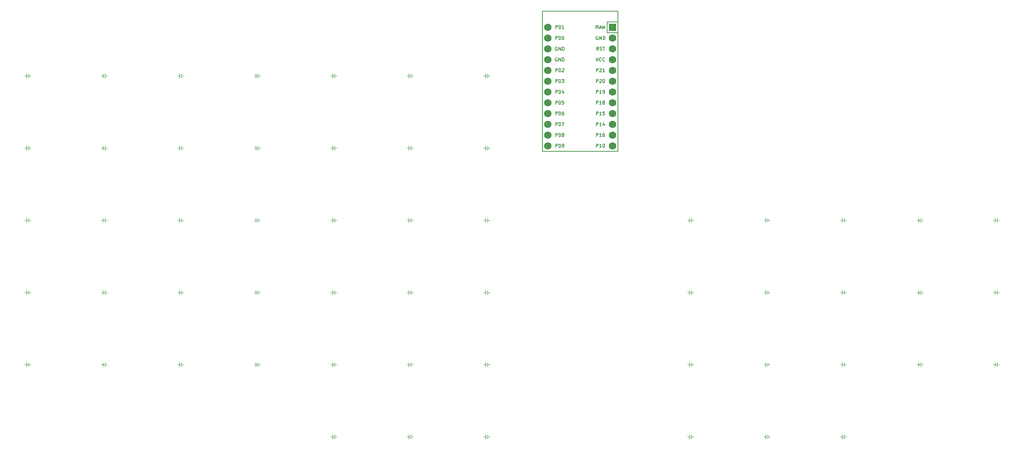
<source format=gbr>
%TF.GenerationSoftware,KiCad,Pcbnew,8.0.2*%
%TF.CreationDate,2024-06-03T01:18:46-04:00*%
%TF.ProjectId,unisplitchoc,756e6973-706c-4697-9463-686f632e6b69,v1.0.0*%
%TF.SameCoordinates,Original*%
%TF.FileFunction,Legend,Top*%
%TF.FilePolarity,Positive*%
%FSLAX46Y46*%
G04 Gerber Fmt 4.6, Leading zero omitted, Abs format (unit mm)*
G04 Created by KiCad (PCBNEW 8.0.2) date 2024-06-03 01:18:46*
%MOMM*%
%LPD*%
G01*
G04 APERTURE LIST*
%ADD10C,0.150000*%
%ADD11C,0.100000*%
%ADD12R,1.752600X1.752600*%
%ADD13C,1.752600*%
G04 APERTURE END LIST*
D10*
X224228571Y-136832295D02*
X224228571Y-136032295D01*
X224228571Y-136032295D02*
X224533333Y-136032295D01*
X224533333Y-136032295D02*
X224609523Y-136070390D01*
X224609523Y-136070390D02*
X224647618Y-136108485D01*
X224647618Y-136108485D02*
X224685714Y-136184676D01*
X224685714Y-136184676D02*
X224685714Y-136298961D01*
X224685714Y-136298961D02*
X224647618Y-136375152D01*
X224647618Y-136375152D02*
X224609523Y-136413247D01*
X224609523Y-136413247D02*
X224533333Y-136451342D01*
X224533333Y-136451342D02*
X224228571Y-136451342D01*
X225180952Y-136032295D02*
X225257142Y-136032295D01*
X225257142Y-136032295D02*
X225333333Y-136070390D01*
X225333333Y-136070390D02*
X225371428Y-136108485D01*
X225371428Y-136108485D02*
X225409523Y-136184676D01*
X225409523Y-136184676D02*
X225447618Y-136337057D01*
X225447618Y-136337057D02*
X225447618Y-136527533D01*
X225447618Y-136527533D02*
X225409523Y-136679914D01*
X225409523Y-136679914D02*
X225371428Y-136756104D01*
X225371428Y-136756104D02*
X225333333Y-136794200D01*
X225333333Y-136794200D02*
X225257142Y-136832295D01*
X225257142Y-136832295D02*
X225180952Y-136832295D01*
X225180952Y-136832295D02*
X225104761Y-136794200D01*
X225104761Y-136794200D02*
X225066666Y-136756104D01*
X225066666Y-136756104D02*
X225028571Y-136679914D01*
X225028571Y-136679914D02*
X224990475Y-136527533D01*
X224990475Y-136527533D02*
X224990475Y-136337057D01*
X224990475Y-136337057D02*
X225028571Y-136184676D01*
X225028571Y-136184676D02*
X225066666Y-136108485D01*
X225066666Y-136108485D02*
X225104761Y-136070390D01*
X225104761Y-136070390D02*
X225180952Y-136032295D01*
X225828571Y-136832295D02*
X225980952Y-136832295D01*
X225980952Y-136832295D02*
X226057142Y-136794200D01*
X226057142Y-136794200D02*
X226095238Y-136756104D01*
X226095238Y-136756104D02*
X226171428Y-136641819D01*
X226171428Y-136641819D02*
X226209523Y-136489438D01*
X226209523Y-136489438D02*
X226209523Y-136184676D01*
X226209523Y-136184676D02*
X226171428Y-136108485D01*
X226171428Y-136108485D02*
X226133333Y-136070390D01*
X226133333Y-136070390D02*
X226057142Y-136032295D01*
X226057142Y-136032295D02*
X225904761Y-136032295D01*
X225904761Y-136032295D02*
X225828571Y-136070390D01*
X225828571Y-136070390D02*
X225790476Y-136108485D01*
X225790476Y-136108485D02*
X225752380Y-136184676D01*
X225752380Y-136184676D02*
X225752380Y-136375152D01*
X225752380Y-136375152D02*
X225790476Y-136451342D01*
X225790476Y-136451342D02*
X225828571Y-136489438D01*
X225828571Y-136489438D02*
X225904761Y-136527533D01*
X225904761Y-136527533D02*
X226057142Y-136527533D01*
X226057142Y-136527533D02*
X226133333Y-136489438D01*
X226133333Y-136489438D02*
X226171428Y-136451342D01*
X226171428Y-136451342D02*
X226209523Y-136375152D01*
X234361905Y-113972295D02*
X234095238Y-113591342D01*
X233904762Y-113972295D02*
X233904762Y-113172295D01*
X233904762Y-113172295D02*
X234209524Y-113172295D01*
X234209524Y-113172295D02*
X234285714Y-113210390D01*
X234285714Y-113210390D02*
X234323809Y-113248485D01*
X234323809Y-113248485D02*
X234361905Y-113324676D01*
X234361905Y-113324676D02*
X234361905Y-113438961D01*
X234361905Y-113438961D02*
X234323809Y-113515152D01*
X234323809Y-113515152D02*
X234285714Y-113553247D01*
X234285714Y-113553247D02*
X234209524Y-113591342D01*
X234209524Y-113591342D02*
X233904762Y-113591342D01*
X234666666Y-113934200D02*
X234780952Y-113972295D01*
X234780952Y-113972295D02*
X234971428Y-113972295D01*
X234971428Y-113972295D02*
X235047619Y-113934200D01*
X235047619Y-113934200D02*
X235085714Y-113896104D01*
X235085714Y-113896104D02*
X235123809Y-113819914D01*
X235123809Y-113819914D02*
X235123809Y-113743723D01*
X235123809Y-113743723D02*
X235085714Y-113667533D01*
X235085714Y-113667533D02*
X235047619Y-113629438D01*
X235047619Y-113629438D02*
X234971428Y-113591342D01*
X234971428Y-113591342D02*
X234819047Y-113553247D01*
X234819047Y-113553247D02*
X234742857Y-113515152D01*
X234742857Y-113515152D02*
X234704762Y-113477057D01*
X234704762Y-113477057D02*
X234666666Y-113400866D01*
X234666666Y-113400866D02*
X234666666Y-113324676D01*
X234666666Y-113324676D02*
X234704762Y-113248485D01*
X234704762Y-113248485D02*
X234742857Y-113210390D01*
X234742857Y-113210390D02*
X234819047Y-113172295D01*
X234819047Y-113172295D02*
X235009524Y-113172295D01*
X235009524Y-113172295D02*
X235123809Y-113210390D01*
X235352381Y-113172295D02*
X235809524Y-113172295D01*
X235580952Y-113972295D02*
X235580952Y-113172295D01*
X224228571Y-129212295D02*
X224228571Y-128412295D01*
X224228571Y-128412295D02*
X224533333Y-128412295D01*
X224533333Y-128412295D02*
X224609523Y-128450390D01*
X224609523Y-128450390D02*
X224647618Y-128488485D01*
X224647618Y-128488485D02*
X224685714Y-128564676D01*
X224685714Y-128564676D02*
X224685714Y-128678961D01*
X224685714Y-128678961D02*
X224647618Y-128755152D01*
X224647618Y-128755152D02*
X224609523Y-128793247D01*
X224609523Y-128793247D02*
X224533333Y-128831342D01*
X224533333Y-128831342D02*
X224228571Y-128831342D01*
X225180952Y-128412295D02*
X225257142Y-128412295D01*
X225257142Y-128412295D02*
X225333333Y-128450390D01*
X225333333Y-128450390D02*
X225371428Y-128488485D01*
X225371428Y-128488485D02*
X225409523Y-128564676D01*
X225409523Y-128564676D02*
X225447618Y-128717057D01*
X225447618Y-128717057D02*
X225447618Y-128907533D01*
X225447618Y-128907533D02*
X225409523Y-129059914D01*
X225409523Y-129059914D02*
X225371428Y-129136104D01*
X225371428Y-129136104D02*
X225333333Y-129174200D01*
X225333333Y-129174200D02*
X225257142Y-129212295D01*
X225257142Y-129212295D02*
X225180952Y-129212295D01*
X225180952Y-129212295D02*
X225104761Y-129174200D01*
X225104761Y-129174200D02*
X225066666Y-129136104D01*
X225066666Y-129136104D02*
X225028571Y-129059914D01*
X225028571Y-129059914D02*
X224990475Y-128907533D01*
X224990475Y-128907533D02*
X224990475Y-128717057D01*
X224990475Y-128717057D02*
X225028571Y-128564676D01*
X225028571Y-128564676D02*
X225066666Y-128488485D01*
X225066666Y-128488485D02*
X225104761Y-128450390D01*
X225104761Y-128450390D02*
X225180952Y-128412295D01*
X226133333Y-128412295D02*
X225980952Y-128412295D01*
X225980952Y-128412295D02*
X225904761Y-128450390D01*
X225904761Y-128450390D02*
X225866666Y-128488485D01*
X225866666Y-128488485D02*
X225790476Y-128602771D01*
X225790476Y-128602771D02*
X225752380Y-128755152D01*
X225752380Y-128755152D02*
X225752380Y-129059914D01*
X225752380Y-129059914D02*
X225790476Y-129136104D01*
X225790476Y-129136104D02*
X225828571Y-129174200D01*
X225828571Y-129174200D02*
X225904761Y-129212295D01*
X225904761Y-129212295D02*
X226057142Y-129212295D01*
X226057142Y-129212295D02*
X226133333Y-129174200D01*
X226133333Y-129174200D02*
X226171428Y-129136104D01*
X226171428Y-129136104D02*
X226209523Y-129059914D01*
X226209523Y-129059914D02*
X226209523Y-128869438D01*
X226209523Y-128869438D02*
X226171428Y-128793247D01*
X226171428Y-128793247D02*
X226133333Y-128755152D01*
X226133333Y-128755152D02*
X226057142Y-128717057D01*
X226057142Y-128717057D02*
X225904761Y-128717057D01*
X225904761Y-128717057D02*
X225828571Y-128755152D01*
X225828571Y-128755152D02*
X225790476Y-128793247D01*
X225790476Y-128793247D02*
X225752380Y-128869438D01*
X233828571Y-124132295D02*
X233828571Y-123332295D01*
X233828571Y-123332295D02*
X234133333Y-123332295D01*
X234133333Y-123332295D02*
X234209523Y-123370390D01*
X234209523Y-123370390D02*
X234247618Y-123408485D01*
X234247618Y-123408485D02*
X234285714Y-123484676D01*
X234285714Y-123484676D02*
X234285714Y-123598961D01*
X234285714Y-123598961D02*
X234247618Y-123675152D01*
X234247618Y-123675152D02*
X234209523Y-123713247D01*
X234209523Y-123713247D02*
X234133333Y-123751342D01*
X234133333Y-123751342D02*
X233828571Y-123751342D01*
X235047618Y-124132295D02*
X234590475Y-124132295D01*
X234819047Y-124132295D02*
X234819047Y-123332295D01*
X234819047Y-123332295D02*
X234742856Y-123446580D01*
X234742856Y-123446580D02*
X234666666Y-123522771D01*
X234666666Y-123522771D02*
X234590475Y-123560866D01*
X235428571Y-124132295D02*
X235580952Y-124132295D01*
X235580952Y-124132295D02*
X235657142Y-124094200D01*
X235657142Y-124094200D02*
X235695238Y-124056104D01*
X235695238Y-124056104D02*
X235771428Y-123941819D01*
X235771428Y-123941819D02*
X235809523Y-123789438D01*
X235809523Y-123789438D02*
X235809523Y-123484676D01*
X235809523Y-123484676D02*
X235771428Y-123408485D01*
X235771428Y-123408485D02*
X235733333Y-123370390D01*
X235733333Y-123370390D02*
X235657142Y-123332295D01*
X235657142Y-123332295D02*
X235504761Y-123332295D01*
X235504761Y-123332295D02*
X235428571Y-123370390D01*
X235428571Y-123370390D02*
X235390476Y-123408485D01*
X235390476Y-123408485D02*
X235352380Y-123484676D01*
X235352380Y-123484676D02*
X235352380Y-123675152D01*
X235352380Y-123675152D02*
X235390476Y-123751342D01*
X235390476Y-123751342D02*
X235428571Y-123789438D01*
X235428571Y-123789438D02*
X235504761Y-123827533D01*
X235504761Y-123827533D02*
X235657142Y-123827533D01*
X235657142Y-123827533D02*
X235733333Y-123789438D01*
X235733333Y-123789438D02*
X235771428Y-123751342D01*
X235771428Y-123751342D02*
X235809523Y-123675152D01*
X233828571Y-126672295D02*
X233828571Y-125872295D01*
X233828571Y-125872295D02*
X234133333Y-125872295D01*
X234133333Y-125872295D02*
X234209523Y-125910390D01*
X234209523Y-125910390D02*
X234247618Y-125948485D01*
X234247618Y-125948485D02*
X234285714Y-126024676D01*
X234285714Y-126024676D02*
X234285714Y-126138961D01*
X234285714Y-126138961D02*
X234247618Y-126215152D01*
X234247618Y-126215152D02*
X234209523Y-126253247D01*
X234209523Y-126253247D02*
X234133333Y-126291342D01*
X234133333Y-126291342D02*
X233828571Y-126291342D01*
X235047618Y-126672295D02*
X234590475Y-126672295D01*
X234819047Y-126672295D02*
X234819047Y-125872295D01*
X234819047Y-125872295D02*
X234742856Y-125986580D01*
X234742856Y-125986580D02*
X234666666Y-126062771D01*
X234666666Y-126062771D02*
X234590475Y-126100866D01*
X235504761Y-126215152D02*
X235428571Y-126177057D01*
X235428571Y-126177057D02*
X235390476Y-126138961D01*
X235390476Y-126138961D02*
X235352380Y-126062771D01*
X235352380Y-126062771D02*
X235352380Y-126024676D01*
X235352380Y-126024676D02*
X235390476Y-125948485D01*
X235390476Y-125948485D02*
X235428571Y-125910390D01*
X235428571Y-125910390D02*
X235504761Y-125872295D01*
X235504761Y-125872295D02*
X235657142Y-125872295D01*
X235657142Y-125872295D02*
X235733333Y-125910390D01*
X235733333Y-125910390D02*
X235771428Y-125948485D01*
X235771428Y-125948485D02*
X235809523Y-126024676D01*
X235809523Y-126024676D02*
X235809523Y-126062771D01*
X235809523Y-126062771D02*
X235771428Y-126138961D01*
X235771428Y-126138961D02*
X235733333Y-126177057D01*
X235733333Y-126177057D02*
X235657142Y-126215152D01*
X235657142Y-126215152D02*
X235504761Y-126215152D01*
X235504761Y-126215152D02*
X235428571Y-126253247D01*
X235428571Y-126253247D02*
X235390476Y-126291342D01*
X235390476Y-126291342D02*
X235352380Y-126367533D01*
X235352380Y-126367533D02*
X235352380Y-126519914D01*
X235352380Y-126519914D02*
X235390476Y-126596104D01*
X235390476Y-126596104D02*
X235428571Y-126634200D01*
X235428571Y-126634200D02*
X235504761Y-126672295D01*
X235504761Y-126672295D02*
X235657142Y-126672295D01*
X235657142Y-126672295D02*
X235733333Y-126634200D01*
X235733333Y-126634200D02*
X235771428Y-126596104D01*
X235771428Y-126596104D02*
X235809523Y-126519914D01*
X235809523Y-126519914D02*
X235809523Y-126367533D01*
X235809523Y-126367533D02*
X235771428Y-126291342D01*
X235771428Y-126291342D02*
X235733333Y-126253247D01*
X235733333Y-126253247D02*
X235657142Y-126215152D01*
X224590476Y-115750390D02*
X224514286Y-115712295D01*
X224514286Y-115712295D02*
X224400000Y-115712295D01*
X224400000Y-115712295D02*
X224285714Y-115750390D01*
X224285714Y-115750390D02*
X224209524Y-115826580D01*
X224209524Y-115826580D02*
X224171429Y-115902771D01*
X224171429Y-115902771D02*
X224133333Y-116055152D01*
X224133333Y-116055152D02*
X224133333Y-116169438D01*
X224133333Y-116169438D02*
X224171429Y-116321819D01*
X224171429Y-116321819D02*
X224209524Y-116398009D01*
X224209524Y-116398009D02*
X224285714Y-116474200D01*
X224285714Y-116474200D02*
X224400000Y-116512295D01*
X224400000Y-116512295D02*
X224476191Y-116512295D01*
X224476191Y-116512295D02*
X224590476Y-116474200D01*
X224590476Y-116474200D02*
X224628572Y-116436104D01*
X224628572Y-116436104D02*
X224628572Y-116169438D01*
X224628572Y-116169438D02*
X224476191Y-116169438D01*
X224971429Y-116512295D02*
X224971429Y-115712295D01*
X224971429Y-115712295D02*
X225428572Y-116512295D01*
X225428572Y-116512295D02*
X225428572Y-115712295D01*
X225809524Y-116512295D02*
X225809524Y-115712295D01*
X225809524Y-115712295D02*
X226000000Y-115712295D01*
X226000000Y-115712295D02*
X226114286Y-115750390D01*
X226114286Y-115750390D02*
X226190476Y-115826580D01*
X226190476Y-115826580D02*
X226228571Y-115902771D01*
X226228571Y-115902771D02*
X226266667Y-116055152D01*
X226266667Y-116055152D02*
X226266667Y-116169438D01*
X226266667Y-116169438D02*
X226228571Y-116321819D01*
X226228571Y-116321819D02*
X226190476Y-116398009D01*
X226190476Y-116398009D02*
X226114286Y-116474200D01*
X226114286Y-116474200D02*
X226000000Y-116512295D01*
X226000000Y-116512295D02*
X225809524Y-116512295D01*
X233828571Y-134292295D02*
X233828571Y-133492295D01*
X233828571Y-133492295D02*
X234133333Y-133492295D01*
X234133333Y-133492295D02*
X234209523Y-133530390D01*
X234209523Y-133530390D02*
X234247618Y-133568485D01*
X234247618Y-133568485D02*
X234285714Y-133644676D01*
X234285714Y-133644676D02*
X234285714Y-133758961D01*
X234285714Y-133758961D02*
X234247618Y-133835152D01*
X234247618Y-133835152D02*
X234209523Y-133873247D01*
X234209523Y-133873247D02*
X234133333Y-133911342D01*
X234133333Y-133911342D02*
X233828571Y-133911342D01*
X235047618Y-134292295D02*
X234590475Y-134292295D01*
X234819047Y-134292295D02*
X234819047Y-133492295D01*
X234819047Y-133492295D02*
X234742856Y-133606580D01*
X234742856Y-133606580D02*
X234666666Y-133682771D01*
X234666666Y-133682771D02*
X234590475Y-133720866D01*
X235733333Y-133492295D02*
X235580952Y-133492295D01*
X235580952Y-133492295D02*
X235504761Y-133530390D01*
X235504761Y-133530390D02*
X235466666Y-133568485D01*
X235466666Y-133568485D02*
X235390476Y-133682771D01*
X235390476Y-133682771D02*
X235352380Y-133835152D01*
X235352380Y-133835152D02*
X235352380Y-134139914D01*
X235352380Y-134139914D02*
X235390476Y-134216104D01*
X235390476Y-134216104D02*
X235428571Y-134254200D01*
X235428571Y-134254200D02*
X235504761Y-134292295D01*
X235504761Y-134292295D02*
X235657142Y-134292295D01*
X235657142Y-134292295D02*
X235733333Y-134254200D01*
X235733333Y-134254200D02*
X235771428Y-134216104D01*
X235771428Y-134216104D02*
X235809523Y-134139914D01*
X235809523Y-134139914D02*
X235809523Y-133949438D01*
X235809523Y-133949438D02*
X235771428Y-133873247D01*
X235771428Y-133873247D02*
X235733333Y-133835152D01*
X235733333Y-133835152D02*
X235657142Y-133797057D01*
X235657142Y-133797057D02*
X235504761Y-133797057D01*
X235504761Y-133797057D02*
X235428571Y-133835152D01*
X235428571Y-133835152D02*
X235390476Y-133873247D01*
X235390476Y-133873247D02*
X235352380Y-133949438D01*
X224228571Y-121592295D02*
X224228571Y-120792295D01*
X224228571Y-120792295D02*
X224533333Y-120792295D01*
X224533333Y-120792295D02*
X224609523Y-120830390D01*
X224609523Y-120830390D02*
X224647618Y-120868485D01*
X224647618Y-120868485D02*
X224685714Y-120944676D01*
X224685714Y-120944676D02*
X224685714Y-121058961D01*
X224685714Y-121058961D02*
X224647618Y-121135152D01*
X224647618Y-121135152D02*
X224609523Y-121173247D01*
X224609523Y-121173247D02*
X224533333Y-121211342D01*
X224533333Y-121211342D02*
X224228571Y-121211342D01*
X225180952Y-120792295D02*
X225257142Y-120792295D01*
X225257142Y-120792295D02*
X225333333Y-120830390D01*
X225333333Y-120830390D02*
X225371428Y-120868485D01*
X225371428Y-120868485D02*
X225409523Y-120944676D01*
X225409523Y-120944676D02*
X225447618Y-121097057D01*
X225447618Y-121097057D02*
X225447618Y-121287533D01*
X225447618Y-121287533D02*
X225409523Y-121439914D01*
X225409523Y-121439914D02*
X225371428Y-121516104D01*
X225371428Y-121516104D02*
X225333333Y-121554200D01*
X225333333Y-121554200D02*
X225257142Y-121592295D01*
X225257142Y-121592295D02*
X225180952Y-121592295D01*
X225180952Y-121592295D02*
X225104761Y-121554200D01*
X225104761Y-121554200D02*
X225066666Y-121516104D01*
X225066666Y-121516104D02*
X225028571Y-121439914D01*
X225028571Y-121439914D02*
X224990475Y-121287533D01*
X224990475Y-121287533D02*
X224990475Y-121097057D01*
X224990475Y-121097057D02*
X225028571Y-120944676D01*
X225028571Y-120944676D02*
X225066666Y-120868485D01*
X225066666Y-120868485D02*
X225104761Y-120830390D01*
X225104761Y-120830390D02*
X225180952Y-120792295D01*
X225714285Y-120792295D02*
X226209523Y-120792295D01*
X226209523Y-120792295D02*
X225942857Y-121097057D01*
X225942857Y-121097057D02*
X226057142Y-121097057D01*
X226057142Y-121097057D02*
X226133333Y-121135152D01*
X226133333Y-121135152D02*
X226171428Y-121173247D01*
X226171428Y-121173247D02*
X226209523Y-121249438D01*
X226209523Y-121249438D02*
X226209523Y-121439914D01*
X226209523Y-121439914D02*
X226171428Y-121516104D01*
X226171428Y-121516104D02*
X226133333Y-121554200D01*
X226133333Y-121554200D02*
X226057142Y-121592295D01*
X226057142Y-121592295D02*
X225828571Y-121592295D01*
X225828571Y-121592295D02*
X225752380Y-121554200D01*
X225752380Y-121554200D02*
X225714285Y-121516104D01*
X224590476Y-113210390D02*
X224514286Y-113172295D01*
X224514286Y-113172295D02*
X224400000Y-113172295D01*
X224400000Y-113172295D02*
X224285714Y-113210390D01*
X224285714Y-113210390D02*
X224209524Y-113286580D01*
X224209524Y-113286580D02*
X224171429Y-113362771D01*
X224171429Y-113362771D02*
X224133333Y-113515152D01*
X224133333Y-113515152D02*
X224133333Y-113629438D01*
X224133333Y-113629438D02*
X224171429Y-113781819D01*
X224171429Y-113781819D02*
X224209524Y-113858009D01*
X224209524Y-113858009D02*
X224285714Y-113934200D01*
X224285714Y-113934200D02*
X224400000Y-113972295D01*
X224400000Y-113972295D02*
X224476191Y-113972295D01*
X224476191Y-113972295D02*
X224590476Y-113934200D01*
X224590476Y-113934200D02*
X224628572Y-113896104D01*
X224628572Y-113896104D02*
X224628572Y-113629438D01*
X224628572Y-113629438D02*
X224476191Y-113629438D01*
X224971429Y-113972295D02*
X224971429Y-113172295D01*
X224971429Y-113172295D02*
X225428572Y-113972295D01*
X225428572Y-113972295D02*
X225428572Y-113172295D01*
X225809524Y-113972295D02*
X225809524Y-113172295D01*
X225809524Y-113172295D02*
X226000000Y-113172295D01*
X226000000Y-113172295D02*
X226114286Y-113210390D01*
X226114286Y-113210390D02*
X226190476Y-113286580D01*
X226190476Y-113286580D02*
X226228571Y-113362771D01*
X226228571Y-113362771D02*
X226266667Y-113515152D01*
X226266667Y-113515152D02*
X226266667Y-113629438D01*
X226266667Y-113629438D02*
X226228571Y-113781819D01*
X226228571Y-113781819D02*
X226190476Y-113858009D01*
X226190476Y-113858009D02*
X226114286Y-113934200D01*
X226114286Y-113934200D02*
X226000000Y-113972295D01*
X226000000Y-113972295D02*
X225809524Y-113972295D01*
X234190476Y-110670390D02*
X234114286Y-110632295D01*
X234114286Y-110632295D02*
X234000000Y-110632295D01*
X234000000Y-110632295D02*
X233885714Y-110670390D01*
X233885714Y-110670390D02*
X233809524Y-110746580D01*
X233809524Y-110746580D02*
X233771429Y-110822771D01*
X233771429Y-110822771D02*
X233733333Y-110975152D01*
X233733333Y-110975152D02*
X233733333Y-111089438D01*
X233733333Y-111089438D02*
X233771429Y-111241819D01*
X233771429Y-111241819D02*
X233809524Y-111318009D01*
X233809524Y-111318009D02*
X233885714Y-111394200D01*
X233885714Y-111394200D02*
X234000000Y-111432295D01*
X234000000Y-111432295D02*
X234076191Y-111432295D01*
X234076191Y-111432295D02*
X234190476Y-111394200D01*
X234190476Y-111394200D02*
X234228572Y-111356104D01*
X234228572Y-111356104D02*
X234228572Y-111089438D01*
X234228572Y-111089438D02*
X234076191Y-111089438D01*
X234571429Y-111432295D02*
X234571429Y-110632295D01*
X234571429Y-110632295D02*
X235028572Y-111432295D01*
X235028572Y-111432295D02*
X235028572Y-110632295D01*
X235409524Y-111432295D02*
X235409524Y-110632295D01*
X235409524Y-110632295D02*
X235600000Y-110632295D01*
X235600000Y-110632295D02*
X235714286Y-110670390D01*
X235714286Y-110670390D02*
X235790476Y-110746580D01*
X235790476Y-110746580D02*
X235828571Y-110822771D01*
X235828571Y-110822771D02*
X235866667Y-110975152D01*
X235866667Y-110975152D02*
X235866667Y-111089438D01*
X235866667Y-111089438D02*
X235828571Y-111241819D01*
X235828571Y-111241819D02*
X235790476Y-111318009D01*
X235790476Y-111318009D02*
X235714286Y-111394200D01*
X235714286Y-111394200D02*
X235600000Y-111432295D01*
X235600000Y-111432295D02*
X235409524Y-111432295D01*
X233828571Y-119052295D02*
X233828571Y-118252295D01*
X233828571Y-118252295D02*
X234133333Y-118252295D01*
X234133333Y-118252295D02*
X234209523Y-118290390D01*
X234209523Y-118290390D02*
X234247618Y-118328485D01*
X234247618Y-118328485D02*
X234285714Y-118404676D01*
X234285714Y-118404676D02*
X234285714Y-118518961D01*
X234285714Y-118518961D02*
X234247618Y-118595152D01*
X234247618Y-118595152D02*
X234209523Y-118633247D01*
X234209523Y-118633247D02*
X234133333Y-118671342D01*
X234133333Y-118671342D02*
X233828571Y-118671342D01*
X234590475Y-118328485D02*
X234628571Y-118290390D01*
X234628571Y-118290390D02*
X234704761Y-118252295D01*
X234704761Y-118252295D02*
X234895237Y-118252295D01*
X234895237Y-118252295D02*
X234971428Y-118290390D01*
X234971428Y-118290390D02*
X235009523Y-118328485D01*
X235009523Y-118328485D02*
X235047618Y-118404676D01*
X235047618Y-118404676D02*
X235047618Y-118480866D01*
X235047618Y-118480866D02*
X235009523Y-118595152D01*
X235009523Y-118595152D02*
X234552380Y-119052295D01*
X234552380Y-119052295D02*
X235047618Y-119052295D01*
X235809523Y-119052295D02*
X235352380Y-119052295D01*
X235580952Y-119052295D02*
X235580952Y-118252295D01*
X235580952Y-118252295D02*
X235504761Y-118366580D01*
X235504761Y-118366580D02*
X235428571Y-118442771D01*
X235428571Y-118442771D02*
X235352380Y-118480866D01*
X224228571Y-108892295D02*
X224228571Y-108092295D01*
X224228571Y-108092295D02*
X224533333Y-108092295D01*
X224533333Y-108092295D02*
X224609523Y-108130390D01*
X224609523Y-108130390D02*
X224647618Y-108168485D01*
X224647618Y-108168485D02*
X224685714Y-108244676D01*
X224685714Y-108244676D02*
X224685714Y-108358961D01*
X224685714Y-108358961D02*
X224647618Y-108435152D01*
X224647618Y-108435152D02*
X224609523Y-108473247D01*
X224609523Y-108473247D02*
X224533333Y-108511342D01*
X224533333Y-108511342D02*
X224228571Y-108511342D01*
X225180952Y-108092295D02*
X225257142Y-108092295D01*
X225257142Y-108092295D02*
X225333333Y-108130390D01*
X225333333Y-108130390D02*
X225371428Y-108168485D01*
X225371428Y-108168485D02*
X225409523Y-108244676D01*
X225409523Y-108244676D02*
X225447618Y-108397057D01*
X225447618Y-108397057D02*
X225447618Y-108587533D01*
X225447618Y-108587533D02*
X225409523Y-108739914D01*
X225409523Y-108739914D02*
X225371428Y-108816104D01*
X225371428Y-108816104D02*
X225333333Y-108854200D01*
X225333333Y-108854200D02*
X225257142Y-108892295D01*
X225257142Y-108892295D02*
X225180952Y-108892295D01*
X225180952Y-108892295D02*
X225104761Y-108854200D01*
X225104761Y-108854200D02*
X225066666Y-108816104D01*
X225066666Y-108816104D02*
X225028571Y-108739914D01*
X225028571Y-108739914D02*
X224990475Y-108587533D01*
X224990475Y-108587533D02*
X224990475Y-108397057D01*
X224990475Y-108397057D02*
X225028571Y-108244676D01*
X225028571Y-108244676D02*
X225066666Y-108168485D01*
X225066666Y-108168485D02*
X225104761Y-108130390D01*
X225104761Y-108130390D02*
X225180952Y-108092295D01*
X226209523Y-108892295D02*
X225752380Y-108892295D01*
X225980952Y-108892295D02*
X225980952Y-108092295D01*
X225980952Y-108092295D02*
X225904761Y-108206580D01*
X225904761Y-108206580D02*
X225828571Y-108282771D01*
X225828571Y-108282771D02*
X225752380Y-108320866D01*
X224228571Y-111432295D02*
X224228571Y-110632295D01*
X224228571Y-110632295D02*
X224533333Y-110632295D01*
X224533333Y-110632295D02*
X224609523Y-110670390D01*
X224609523Y-110670390D02*
X224647618Y-110708485D01*
X224647618Y-110708485D02*
X224685714Y-110784676D01*
X224685714Y-110784676D02*
X224685714Y-110898961D01*
X224685714Y-110898961D02*
X224647618Y-110975152D01*
X224647618Y-110975152D02*
X224609523Y-111013247D01*
X224609523Y-111013247D02*
X224533333Y-111051342D01*
X224533333Y-111051342D02*
X224228571Y-111051342D01*
X225180952Y-110632295D02*
X225257142Y-110632295D01*
X225257142Y-110632295D02*
X225333333Y-110670390D01*
X225333333Y-110670390D02*
X225371428Y-110708485D01*
X225371428Y-110708485D02*
X225409523Y-110784676D01*
X225409523Y-110784676D02*
X225447618Y-110937057D01*
X225447618Y-110937057D02*
X225447618Y-111127533D01*
X225447618Y-111127533D02*
X225409523Y-111279914D01*
X225409523Y-111279914D02*
X225371428Y-111356104D01*
X225371428Y-111356104D02*
X225333333Y-111394200D01*
X225333333Y-111394200D02*
X225257142Y-111432295D01*
X225257142Y-111432295D02*
X225180952Y-111432295D01*
X225180952Y-111432295D02*
X225104761Y-111394200D01*
X225104761Y-111394200D02*
X225066666Y-111356104D01*
X225066666Y-111356104D02*
X225028571Y-111279914D01*
X225028571Y-111279914D02*
X224990475Y-111127533D01*
X224990475Y-111127533D02*
X224990475Y-110937057D01*
X224990475Y-110937057D02*
X225028571Y-110784676D01*
X225028571Y-110784676D02*
X225066666Y-110708485D01*
X225066666Y-110708485D02*
X225104761Y-110670390D01*
X225104761Y-110670390D02*
X225180952Y-110632295D01*
X225942857Y-110632295D02*
X226019047Y-110632295D01*
X226019047Y-110632295D02*
X226095238Y-110670390D01*
X226095238Y-110670390D02*
X226133333Y-110708485D01*
X226133333Y-110708485D02*
X226171428Y-110784676D01*
X226171428Y-110784676D02*
X226209523Y-110937057D01*
X226209523Y-110937057D02*
X226209523Y-111127533D01*
X226209523Y-111127533D02*
X226171428Y-111279914D01*
X226171428Y-111279914D02*
X226133333Y-111356104D01*
X226133333Y-111356104D02*
X226095238Y-111394200D01*
X226095238Y-111394200D02*
X226019047Y-111432295D01*
X226019047Y-111432295D02*
X225942857Y-111432295D01*
X225942857Y-111432295D02*
X225866666Y-111394200D01*
X225866666Y-111394200D02*
X225828571Y-111356104D01*
X225828571Y-111356104D02*
X225790476Y-111279914D01*
X225790476Y-111279914D02*
X225752380Y-111127533D01*
X225752380Y-111127533D02*
X225752380Y-110937057D01*
X225752380Y-110937057D02*
X225790476Y-110784676D01*
X225790476Y-110784676D02*
X225828571Y-110708485D01*
X225828571Y-110708485D02*
X225866666Y-110670390D01*
X225866666Y-110670390D02*
X225942857Y-110632295D01*
X233828571Y-121592295D02*
X233828571Y-120792295D01*
X233828571Y-120792295D02*
X234133333Y-120792295D01*
X234133333Y-120792295D02*
X234209523Y-120830390D01*
X234209523Y-120830390D02*
X234247618Y-120868485D01*
X234247618Y-120868485D02*
X234285714Y-120944676D01*
X234285714Y-120944676D02*
X234285714Y-121058961D01*
X234285714Y-121058961D02*
X234247618Y-121135152D01*
X234247618Y-121135152D02*
X234209523Y-121173247D01*
X234209523Y-121173247D02*
X234133333Y-121211342D01*
X234133333Y-121211342D02*
X233828571Y-121211342D01*
X234590475Y-120868485D02*
X234628571Y-120830390D01*
X234628571Y-120830390D02*
X234704761Y-120792295D01*
X234704761Y-120792295D02*
X234895237Y-120792295D01*
X234895237Y-120792295D02*
X234971428Y-120830390D01*
X234971428Y-120830390D02*
X235009523Y-120868485D01*
X235009523Y-120868485D02*
X235047618Y-120944676D01*
X235047618Y-120944676D02*
X235047618Y-121020866D01*
X235047618Y-121020866D02*
X235009523Y-121135152D01*
X235009523Y-121135152D02*
X234552380Y-121592295D01*
X234552380Y-121592295D02*
X235047618Y-121592295D01*
X235542857Y-120792295D02*
X235619047Y-120792295D01*
X235619047Y-120792295D02*
X235695238Y-120830390D01*
X235695238Y-120830390D02*
X235733333Y-120868485D01*
X235733333Y-120868485D02*
X235771428Y-120944676D01*
X235771428Y-120944676D02*
X235809523Y-121097057D01*
X235809523Y-121097057D02*
X235809523Y-121287533D01*
X235809523Y-121287533D02*
X235771428Y-121439914D01*
X235771428Y-121439914D02*
X235733333Y-121516104D01*
X235733333Y-121516104D02*
X235695238Y-121554200D01*
X235695238Y-121554200D02*
X235619047Y-121592295D01*
X235619047Y-121592295D02*
X235542857Y-121592295D01*
X235542857Y-121592295D02*
X235466666Y-121554200D01*
X235466666Y-121554200D02*
X235428571Y-121516104D01*
X235428571Y-121516104D02*
X235390476Y-121439914D01*
X235390476Y-121439914D02*
X235352380Y-121287533D01*
X235352380Y-121287533D02*
X235352380Y-121097057D01*
X235352380Y-121097057D02*
X235390476Y-120944676D01*
X235390476Y-120944676D02*
X235428571Y-120868485D01*
X235428571Y-120868485D02*
X235466666Y-120830390D01*
X235466666Y-120830390D02*
X235542857Y-120792295D01*
X224228571Y-124132295D02*
X224228571Y-123332295D01*
X224228571Y-123332295D02*
X224533333Y-123332295D01*
X224533333Y-123332295D02*
X224609523Y-123370390D01*
X224609523Y-123370390D02*
X224647618Y-123408485D01*
X224647618Y-123408485D02*
X224685714Y-123484676D01*
X224685714Y-123484676D02*
X224685714Y-123598961D01*
X224685714Y-123598961D02*
X224647618Y-123675152D01*
X224647618Y-123675152D02*
X224609523Y-123713247D01*
X224609523Y-123713247D02*
X224533333Y-123751342D01*
X224533333Y-123751342D02*
X224228571Y-123751342D01*
X225180952Y-123332295D02*
X225257142Y-123332295D01*
X225257142Y-123332295D02*
X225333333Y-123370390D01*
X225333333Y-123370390D02*
X225371428Y-123408485D01*
X225371428Y-123408485D02*
X225409523Y-123484676D01*
X225409523Y-123484676D02*
X225447618Y-123637057D01*
X225447618Y-123637057D02*
X225447618Y-123827533D01*
X225447618Y-123827533D02*
X225409523Y-123979914D01*
X225409523Y-123979914D02*
X225371428Y-124056104D01*
X225371428Y-124056104D02*
X225333333Y-124094200D01*
X225333333Y-124094200D02*
X225257142Y-124132295D01*
X225257142Y-124132295D02*
X225180952Y-124132295D01*
X225180952Y-124132295D02*
X225104761Y-124094200D01*
X225104761Y-124094200D02*
X225066666Y-124056104D01*
X225066666Y-124056104D02*
X225028571Y-123979914D01*
X225028571Y-123979914D02*
X224990475Y-123827533D01*
X224990475Y-123827533D02*
X224990475Y-123637057D01*
X224990475Y-123637057D02*
X225028571Y-123484676D01*
X225028571Y-123484676D02*
X225066666Y-123408485D01*
X225066666Y-123408485D02*
X225104761Y-123370390D01*
X225104761Y-123370390D02*
X225180952Y-123332295D01*
X226133333Y-123598961D02*
X226133333Y-124132295D01*
X225942857Y-123294200D02*
X225752380Y-123865628D01*
X225752380Y-123865628D02*
X226247619Y-123865628D01*
X233828571Y-136832295D02*
X233828571Y-136032295D01*
X233828571Y-136032295D02*
X234133333Y-136032295D01*
X234133333Y-136032295D02*
X234209523Y-136070390D01*
X234209523Y-136070390D02*
X234247618Y-136108485D01*
X234247618Y-136108485D02*
X234285714Y-136184676D01*
X234285714Y-136184676D02*
X234285714Y-136298961D01*
X234285714Y-136298961D02*
X234247618Y-136375152D01*
X234247618Y-136375152D02*
X234209523Y-136413247D01*
X234209523Y-136413247D02*
X234133333Y-136451342D01*
X234133333Y-136451342D02*
X233828571Y-136451342D01*
X235047618Y-136832295D02*
X234590475Y-136832295D01*
X234819047Y-136832295D02*
X234819047Y-136032295D01*
X234819047Y-136032295D02*
X234742856Y-136146580D01*
X234742856Y-136146580D02*
X234666666Y-136222771D01*
X234666666Y-136222771D02*
X234590475Y-136260866D01*
X235542857Y-136032295D02*
X235619047Y-136032295D01*
X235619047Y-136032295D02*
X235695238Y-136070390D01*
X235695238Y-136070390D02*
X235733333Y-136108485D01*
X235733333Y-136108485D02*
X235771428Y-136184676D01*
X235771428Y-136184676D02*
X235809523Y-136337057D01*
X235809523Y-136337057D02*
X235809523Y-136527533D01*
X235809523Y-136527533D02*
X235771428Y-136679914D01*
X235771428Y-136679914D02*
X235733333Y-136756104D01*
X235733333Y-136756104D02*
X235695238Y-136794200D01*
X235695238Y-136794200D02*
X235619047Y-136832295D01*
X235619047Y-136832295D02*
X235542857Y-136832295D01*
X235542857Y-136832295D02*
X235466666Y-136794200D01*
X235466666Y-136794200D02*
X235428571Y-136756104D01*
X235428571Y-136756104D02*
X235390476Y-136679914D01*
X235390476Y-136679914D02*
X235352380Y-136527533D01*
X235352380Y-136527533D02*
X235352380Y-136337057D01*
X235352380Y-136337057D02*
X235390476Y-136184676D01*
X235390476Y-136184676D02*
X235428571Y-136108485D01*
X235428571Y-136108485D02*
X235466666Y-136070390D01*
X235466666Y-136070390D02*
X235542857Y-136032295D01*
X233828571Y-131752295D02*
X233828571Y-130952295D01*
X233828571Y-130952295D02*
X234133333Y-130952295D01*
X234133333Y-130952295D02*
X234209523Y-130990390D01*
X234209523Y-130990390D02*
X234247618Y-131028485D01*
X234247618Y-131028485D02*
X234285714Y-131104676D01*
X234285714Y-131104676D02*
X234285714Y-131218961D01*
X234285714Y-131218961D02*
X234247618Y-131295152D01*
X234247618Y-131295152D02*
X234209523Y-131333247D01*
X234209523Y-131333247D02*
X234133333Y-131371342D01*
X234133333Y-131371342D02*
X233828571Y-131371342D01*
X235047618Y-131752295D02*
X234590475Y-131752295D01*
X234819047Y-131752295D02*
X234819047Y-130952295D01*
X234819047Y-130952295D02*
X234742856Y-131066580D01*
X234742856Y-131066580D02*
X234666666Y-131142771D01*
X234666666Y-131142771D02*
X234590475Y-131180866D01*
X235733333Y-131218961D02*
X235733333Y-131752295D01*
X235542857Y-130914200D02*
X235352380Y-131485628D01*
X235352380Y-131485628D02*
X235847619Y-131485628D01*
X224228571Y-126672295D02*
X224228571Y-125872295D01*
X224228571Y-125872295D02*
X224533333Y-125872295D01*
X224533333Y-125872295D02*
X224609523Y-125910390D01*
X224609523Y-125910390D02*
X224647618Y-125948485D01*
X224647618Y-125948485D02*
X224685714Y-126024676D01*
X224685714Y-126024676D02*
X224685714Y-126138961D01*
X224685714Y-126138961D02*
X224647618Y-126215152D01*
X224647618Y-126215152D02*
X224609523Y-126253247D01*
X224609523Y-126253247D02*
X224533333Y-126291342D01*
X224533333Y-126291342D02*
X224228571Y-126291342D01*
X225180952Y-125872295D02*
X225257142Y-125872295D01*
X225257142Y-125872295D02*
X225333333Y-125910390D01*
X225333333Y-125910390D02*
X225371428Y-125948485D01*
X225371428Y-125948485D02*
X225409523Y-126024676D01*
X225409523Y-126024676D02*
X225447618Y-126177057D01*
X225447618Y-126177057D02*
X225447618Y-126367533D01*
X225447618Y-126367533D02*
X225409523Y-126519914D01*
X225409523Y-126519914D02*
X225371428Y-126596104D01*
X225371428Y-126596104D02*
X225333333Y-126634200D01*
X225333333Y-126634200D02*
X225257142Y-126672295D01*
X225257142Y-126672295D02*
X225180952Y-126672295D01*
X225180952Y-126672295D02*
X225104761Y-126634200D01*
X225104761Y-126634200D02*
X225066666Y-126596104D01*
X225066666Y-126596104D02*
X225028571Y-126519914D01*
X225028571Y-126519914D02*
X224990475Y-126367533D01*
X224990475Y-126367533D02*
X224990475Y-126177057D01*
X224990475Y-126177057D02*
X225028571Y-126024676D01*
X225028571Y-126024676D02*
X225066666Y-125948485D01*
X225066666Y-125948485D02*
X225104761Y-125910390D01*
X225104761Y-125910390D02*
X225180952Y-125872295D01*
X226171428Y-125872295D02*
X225790476Y-125872295D01*
X225790476Y-125872295D02*
X225752380Y-126253247D01*
X225752380Y-126253247D02*
X225790476Y-126215152D01*
X225790476Y-126215152D02*
X225866666Y-126177057D01*
X225866666Y-126177057D02*
X226057142Y-126177057D01*
X226057142Y-126177057D02*
X226133333Y-126215152D01*
X226133333Y-126215152D02*
X226171428Y-126253247D01*
X226171428Y-126253247D02*
X226209523Y-126329438D01*
X226209523Y-126329438D02*
X226209523Y-126519914D01*
X226209523Y-126519914D02*
X226171428Y-126596104D01*
X226171428Y-126596104D02*
X226133333Y-126634200D01*
X226133333Y-126634200D02*
X226057142Y-126672295D01*
X226057142Y-126672295D02*
X225866666Y-126672295D01*
X225866666Y-126672295D02*
X225790476Y-126634200D01*
X225790476Y-126634200D02*
X225752380Y-126596104D01*
X234247619Y-108892295D02*
X233980952Y-108511342D01*
X233790476Y-108892295D02*
X233790476Y-108092295D01*
X233790476Y-108092295D02*
X234095238Y-108092295D01*
X234095238Y-108092295D02*
X234171428Y-108130390D01*
X234171428Y-108130390D02*
X234209523Y-108168485D01*
X234209523Y-108168485D02*
X234247619Y-108244676D01*
X234247619Y-108244676D02*
X234247619Y-108358961D01*
X234247619Y-108358961D02*
X234209523Y-108435152D01*
X234209523Y-108435152D02*
X234171428Y-108473247D01*
X234171428Y-108473247D02*
X234095238Y-108511342D01*
X234095238Y-108511342D02*
X233790476Y-108511342D01*
X234552380Y-108663723D02*
X234933333Y-108663723D01*
X234476190Y-108892295D02*
X234742857Y-108092295D01*
X234742857Y-108092295D02*
X235009523Y-108892295D01*
X235199999Y-108092295D02*
X235390475Y-108892295D01*
X235390475Y-108892295D02*
X235542856Y-108320866D01*
X235542856Y-108320866D02*
X235695237Y-108892295D01*
X235695237Y-108892295D02*
X235885714Y-108092295D01*
X224228571Y-134292295D02*
X224228571Y-133492295D01*
X224228571Y-133492295D02*
X224533333Y-133492295D01*
X224533333Y-133492295D02*
X224609523Y-133530390D01*
X224609523Y-133530390D02*
X224647618Y-133568485D01*
X224647618Y-133568485D02*
X224685714Y-133644676D01*
X224685714Y-133644676D02*
X224685714Y-133758961D01*
X224685714Y-133758961D02*
X224647618Y-133835152D01*
X224647618Y-133835152D02*
X224609523Y-133873247D01*
X224609523Y-133873247D02*
X224533333Y-133911342D01*
X224533333Y-133911342D02*
X224228571Y-133911342D01*
X225180952Y-133492295D02*
X225257142Y-133492295D01*
X225257142Y-133492295D02*
X225333333Y-133530390D01*
X225333333Y-133530390D02*
X225371428Y-133568485D01*
X225371428Y-133568485D02*
X225409523Y-133644676D01*
X225409523Y-133644676D02*
X225447618Y-133797057D01*
X225447618Y-133797057D02*
X225447618Y-133987533D01*
X225447618Y-133987533D02*
X225409523Y-134139914D01*
X225409523Y-134139914D02*
X225371428Y-134216104D01*
X225371428Y-134216104D02*
X225333333Y-134254200D01*
X225333333Y-134254200D02*
X225257142Y-134292295D01*
X225257142Y-134292295D02*
X225180952Y-134292295D01*
X225180952Y-134292295D02*
X225104761Y-134254200D01*
X225104761Y-134254200D02*
X225066666Y-134216104D01*
X225066666Y-134216104D02*
X225028571Y-134139914D01*
X225028571Y-134139914D02*
X224990475Y-133987533D01*
X224990475Y-133987533D02*
X224990475Y-133797057D01*
X224990475Y-133797057D02*
X225028571Y-133644676D01*
X225028571Y-133644676D02*
X225066666Y-133568485D01*
X225066666Y-133568485D02*
X225104761Y-133530390D01*
X225104761Y-133530390D02*
X225180952Y-133492295D01*
X225904761Y-133835152D02*
X225828571Y-133797057D01*
X225828571Y-133797057D02*
X225790476Y-133758961D01*
X225790476Y-133758961D02*
X225752380Y-133682771D01*
X225752380Y-133682771D02*
X225752380Y-133644676D01*
X225752380Y-133644676D02*
X225790476Y-133568485D01*
X225790476Y-133568485D02*
X225828571Y-133530390D01*
X225828571Y-133530390D02*
X225904761Y-133492295D01*
X225904761Y-133492295D02*
X226057142Y-133492295D01*
X226057142Y-133492295D02*
X226133333Y-133530390D01*
X226133333Y-133530390D02*
X226171428Y-133568485D01*
X226171428Y-133568485D02*
X226209523Y-133644676D01*
X226209523Y-133644676D02*
X226209523Y-133682771D01*
X226209523Y-133682771D02*
X226171428Y-133758961D01*
X226171428Y-133758961D02*
X226133333Y-133797057D01*
X226133333Y-133797057D02*
X226057142Y-133835152D01*
X226057142Y-133835152D02*
X225904761Y-133835152D01*
X225904761Y-133835152D02*
X225828571Y-133873247D01*
X225828571Y-133873247D02*
X225790476Y-133911342D01*
X225790476Y-133911342D02*
X225752380Y-133987533D01*
X225752380Y-133987533D02*
X225752380Y-134139914D01*
X225752380Y-134139914D02*
X225790476Y-134216104D01*
X225790476Y-134216104D02*
X225828571Y-134254200D01*
X225828571Y-134254200D02*
X225904761Y-134292295D01*
X225904761Y-134292295D02*
X226057142Y-134292295D01*
X226057142Y-134292295D02*
X226133333Y-134254200D01*
X226133333Y-134254200D02*
X226171428Y-134216104D01*
X226171428Y-134216104D02*
X226209523Y-134139914D01*
X226209523Y-134139914D02*
X226209523Y-133987533D01*
X226209523Y-133987533D02*
X226171428Y-133911342D01*
X226171428Y-133911342D02*
X226133333Y-133873247D01*
X226133333Y-133873247D02*
X226057142Y-133835152D01*
X233733333Y-115712295D02*
X234000000Y-116512295D01*
X234000000Y-116512295D02*
X234266666Y-115712295D01*
X234990476Y-116436104D02*
X234952380Y-116474200D01*
X234952380Y-116474200D02*
X234838095Y-116512295D01*
X234838095Y-116512295D02*
X234761904Y-116512295D01*
X234761904Y-116512295D02*
X234647618Y-116474200D01*
X234647618Y-116474200D02*
X234571428Y-116398009D01*
X234571428Y-116398009D02*
X234533333Y-116321819D01*
X234533333Y-116321819D02*
X234495237Y-116169438D01*
X234495237Y-116169438D02*
X234495237Y-116055152D01*
X234495237Y-116055152D02*
X234533333Y-115902771D01*
X234533333Y-115902771D02*
X234571428Y-115826580D01*
X234571428Y-115826580D02*
X234647618Y-115750390D01*
X234647618Y-115750390D02*
X234761904Y-115712295D01*
X234761904Y-115712295D02*
X234838095Y-115712295D01*
X234838095Y-115712295D02*
X234952380Y-115750390D01*
X234952380Y-115750390D02*
X234990476Y-115788485D01*
X235790476Y-116436104D02*
X235752380Y-116474200D01*
X235752380Y-116474200D02*
X235638095Y-116512295D01*
X235638095Y-116512295D02*
X235561904Y-116512295D01*
X235561904Y-116512295D02*
X235447618Y-116474200D01*
X235447618Y-116474200D02*
X235371428Y-116398009D01*
X235371428Y-116398009D02*
X235333333Y-116321819D01*
X235333333Y-116321819D02*
X235295237Y-116169438D01*
X235295237Y-116169438D02*
X235295237Y-116055152D01*
X235295237Y-116055152D02*
X235333333Y-115902771D01*
X235333333Y-115902771D02*
X235371428Y-115826580D01*
X235371428Y-115826580D02*
X235447618Y-115750390D01*
X235447618Y-115750390D02*
X235561904Y-115712295D01*
X235561904Y-115712295D02*
X235638095Y-115712295D01*
X235638095Y-115712295D02*
X235752380Y-115750390D01*
X235752380Y-115750390D02*
X235790476Y-115788485D01*
X233828571Y-129212295D02*
X233828571Y-128412295D01*
X233828571Y-128412295D02*
X234133333Y-128412295D01*
X234133333Y-128412295D02*
X234209523Y-128450390D01*
X234209523Y-128450390D02*
X234247618Y-128488485D01*
X234247618Y-128488485D02*
X234285714Y-128564676D01*
X234285714Y-128564676D02*
X234285714Y-128678961D01*
X234285714Y-128678961D02*
X234247618Y-128755152D01*
X234247618Y-128755152D02*
X234209523Y-128793247D01*
X234209523Y-128793247D02*
X234133333Y-128831342D01*
X234133333Y-128831342D02*
X233828571Y-128831342D01*
X235047618Y-129212295D02*
X234590475Y-129212295D01*
X234819047Y-129212295D02*
X234819047Y-128412295D01*
X234819047Y-128412295D02*
X234742856Y-128526580D01*
X234742856Y-128526580D02*
X234666666Y-128602771D01*
X234666666Y-128602771D02*
X234590475Y-128640866D01*
X235771428Y-128412295D02*
X235390476Y-128412295D01*
X235390476Y-128412295D02*
X235352380Y-128793247D01*
X235352380Y-128793247D02*
X235390476Y-128755152D01*
X235390476Y-128755152D02*
X235466666Y-128717057D01*
X235466666Y-128717057D02*
X235657142Y-128717057D01*
X235657142Y-128717057D02*
X235733333Y-128755152D01*
X235733333Y-128755152D02*
X235771428Y-128793247D01*
X235771428Y-128793247D02*
X235809523Y-128869438D01*
X235809523Y-128869438D02*
X235809523Y-129059914D01*
X235809523Y-129059914D02*
X235771428Y-129136104D01*
X235771428Y-129136104D02*
X235733333Y-129174200D01*
X235733333Y-129174200D02*
X235657142Y-129212295D01*
X235657142Y-129212295D02*
X235466666Y-129212295D01*
X235466666Y-129212295D02*
X235390476Y-129174200D01*
X235390476Y-129174200D02*
X235352380Y-129136104D01*
X224228571Y-119052295D02*
X224228571Y-118252295D01*
X224228571Y-118252295D02*
X224533333Y-118252295D01*
X224533333Y-118252295D02*
X224609523Y-118290390D01*
X224609523Y-118290390D02*
X224647618Y-118328485D01*
X224647618Y-118328485D02*
X224685714Y-118404676D01*
X224685714Y-118404676D02*
X224685714Y-118518961D01*
X224685714Y-118518961D02*
X224647618Y-118595152D01*
X224647618Y-118595152D02*
X224609523Y-118633247D01*
X224609523Y-118633247D02*
X224533333Y-118671342D01*
X224533333Y-118671342D02*
X224228571Y-118671342D01*
X225180952Y-118252295D02*
X225257142Y-118252295D01*
X225257142Y-118252295D02*
X225333333Y-118290390D01*
X225333333Y-118290390D02*
X225371428Y-118328485D01*
X225371428Y-118328485D02*
X225409523Y-118404676D01*
X225409523Y-118404676D02*
X225447618Y-118557057D01*
X225447618Y-118557057D02*
X225447618Y-118747533D01*
X225447618Y-118747533D02*
X225409523Y-118899914D01*
X225409523Y-118899914D02*
X225371428Y-118976104D01*
X225371428Y-118976104D02*
X225333333Y-119014200D01*
X225333333Y-119014200D02*
X225257142Y-119052295D01*
X225257142Y-119052295D02*
X225180952Y-119052295D01*
X225180952Y-119052295D02*
X225104761Y-119014200D01*
X225104761Y-119014200D02*
X225066666Y-118976104D01*
X225066666Y-118976104D02*
X225028571Y-118899914D01*
X225028571Y-118899914D02*
X224990475Y-118747533D01*
X224990475Y-118747533D02*
X224990475Y-118557057D01*
X224990475Y-118557057D02*
X225028571Y-118404676D01*
X225028571Y-118404676D02*
X225066666Y-118328485D01*
X225066666Y-118328485D02*
X225104761Y-118290390D01*
X225104761Y-118290390D02*
X225180952Y-118252295D01*
X225752380Y-118328485D02*
X225790476Y-118290390D01*
X225790476Y-118290390D02*
X225866666Y-118252295D01*
X225866666Y-118252295D02*
X226057142Y-118252295D01*
X226057142Y-118252295D02*
X226133333Y-118290390D01*
X226133333Y-118290390D02*
X226171428Y-118328485D01*
X226171428Y-118328485D02*
X226209523Y-118404676D01*
X226209523Y-118404676D02*
X226209523Y-118480866D01*
X226209523Y-118480866D02*
X226171428Y-118595152D01*
X226171428Y-118595152D02*
X225714285Y-119052295D01*
X225714285Y-119052295D02*
X226209523Y-119052295D01*
X224228571Y-131752295D02*
X224228571Y-130952295D01*
X224228571Y-130952295D02*
X224533333Y-130952295D01*
X224533333Y-130952295D02*
X224609523Y-130990390D01*
X224609523Y-130990390D02*
X224647618Y-131028485D01*
X224647618Y-131028485D02*
X224685714Y-131104676D01*
X224685714Y-131104676D02*
X224685714Y-131218961D01*
X224685714Y-131218961D02*
X224647618Y-131295152D01*
X224647618Y-131295152D02*
X224609523Y-131333247D01*
X224609523Y-131333247D02*
X224533333Y-131371342D01*
X224533333Y-131371342D02*
X224228571Y-131371342D01*
X225180952Y-130952295D02*
X225257142Y-130952295D01*
X225257142Y-130952295D02*
X225333333Y-130990390D01*
X225333333Y-130990390D02*
X225371428Y-131028485D01*
X225371428Y-131028485D02*
X225409523Y-131104676D01*
X225409523Y-131104676D02*
X225447618Y-131257057D01*
X225447618Y-131257057D02*
X225447618Y-131447533D01*
X225447618Y-131447533D02*
X225409523Y-131599914D01*
X225409523Y-131599914D02*
X225371428Y-131676104D01*
X225371428Y-131676104D02*
X225333333Y-131714200D01*
X225333333Y-131714200D02*
X225257142Y-131752295D01*
X225257142Y-131752295D02*
X225180952Y-131752295D01*
X225180952Y-131752295D02*
X225104761Y-131714200D01*
X225104761Y-131714200D02*
X225066666Y-131676104D01*
X225066666Y-131676104D02*
X225028571Y-131599914D01*
X225028571Y-131599914D02*
X224990475Y-131447533D01*
X224990475Y-131447533D02*
X224990475Y-131257057D01*
X224990475Y-131257057D02*
X225028571Y-131104676D01*
X225028571Y-131104676D02*
X225066666Y-131028485D01*
X225066666Y-131028485D02*
X225104761Y-130990390D01*
X225104761Y-130990390D02*
X225180952Y-130952295D01*
X225714285Y-130952295D02*
X226247619Y-130952295D01*
X226247619Y-130952295D02*
X225904761Y-131752295D01*
D11*
%TO.C,D52*%
X309250000Y-171000000D02*
X309650000Y-171000000D01*
X309650000Y-171000000D02*
X309650000Y-170450000D01*
X309650000Y-171000000D02*
X309650000Y-171550000D01*
X309650000Y-171000000D02*
X310250000Y-170600000D01*
X310250000Y-170600000D02*
X310250000Y-171400000D01*
X310250000Y-171000000D02*
X310750000Y-171000000D01*
X310250000Y-171400000D02*
X309650000Y-171000000D01*
%TO.C,D8*%
X117250000Y-154000000D02*
X117650000Y-154000000D01*
X117650000Y-154000000D02*
X117650000Y-153450000D01*
X117650000Y-154000000D02*
X117650000Y-154550000D01*
X117650000Y-154000000D02*
X118250000Y-153600000D01*
X118250000Y-153600000D02*
X118250000Y-154400000D01*
X118250000Y-154000000D02*
X118750000Y-154000000D01*
X118250000Y-154400000D02*
X117650000Y-154000000D01*
%TO.C,D20*%
X153250000Y-120000000D02*
X153650000Y-120000000D01*
X153650000Y-120000000D02*
X153650000Y-119450000D01*
X153650000Y-120000000D02*
X153650000Y-120550000D01*
X153650000Y-120000000D02*
X154250000Y-119600000D01*
X154250000Y-119600000D02*
X154250000Y-120400000D01*
X154250000Y-120000000D02*
X154750000Y-120000000D01*
X154250000Y-120400000D02*
X153650000Y-120000000D01*
%TO.C,D36*%
X207250000Y-154000000D02*
X207650000Y-154000000D01*
X207650000Y-154000000D02*
X207650000Y-153450000D01*
X207650000Y-154000000D02*
X207650000Y-154550000D01*
X207650000Y-154000000D02*
X208250000Y-153600000D01*
X208250000Y-153600000D02*
X208250000Y-154400000D01*
X208250000Y-154000000D02*
X208750000Y-154000000D01*
X208250000Y-154400000D02*
X207650000Y-154000000D01*
%TO.C,D16*%
X153250000Y-188000000D02*
X153650000Y-188000000D01*
X153650000Y-188000000D02*
X153650000Y-187450000D01*
X153650000Y-188000000D02*
X153650000Y-188550000D01*
X153650000Y-188000000D02*
X154250000Y-187600000D01*
X154250000Y-187600000D02*
X154250000Y-188400000D01*
X154250000Y-188000000D02*
X154750000Y-188000000D01*
X154250000Y-188400000D02*
X153650000Y-188000000D01*
%TO.C,D27*%
X189250000Y-205000000D02*
X189650000Y-205000000D01*
X189650000Y-205000000D02*
X189650000Y-204450000D01*
X189650000Y-205000000D02*
X189650000Y-205550000D01*
X189650000Y-205000000D02*
X190250000Y-204600000D01*
X190250000Y-204600000D02*
X190250000Y-205400000D01*
X190250000Y-205000000D02*
X190750000Y-205000000D01*
X190250000Y-205400000D02*
X189650000Y-205000000D01*
%TO.C,D49*%
X291250000Y-171000000D02*
X291650000Y-171000000D01*
X291650000Y-171000000D02*
X291650000Y-170450000D01*
X291650000Y-171000000D02*
X291650000Y-171550000D01*
X291650000Y-171000000D02*
X292250000Y-170600000D01*
X292250000Y-170600000D02*
X292250000Y-171400000D01*
X292250000Y-171000000D02*
X292750000Y-171000000D01*
X292250000Y-171400000D02*
X291650000Y-171000000D01*
%TO.C,D5*%
X99250000Y-120000000D02*
X99650000Y-120000000D01*
X99650000Y-120000000D02*
X99650000Y-119450000D01*
X99650000Y-120000000D02*
X99650000Y-120550000D01*
X99650000Y-120000000D02*
X100250000Y-119600000D01*
X100250000Y-119600000D02*
X100250000Y-120400000D01*
X100250000Y-120000000D02*
X100750000Y-120000000D01*
X100250000Y-120400000D02*
X99650000Y-120000000D01*
%TO.C,D21*%
X171250000Y-205000000D02*
X171650000Y-205000000D01*
X171650000Y-205000000D02*
X171650000Y-204450000D01*
X171650000Y-205000000D02*
X171650000Y-205550000D01*
X171650000Y-205000000D02*
X172250000Y-204600000D01*
X172250000Y-204600000D02*
X172250000Y-205400000D01*
X172250000Y-205000000D02*
X172750000Y-205000000D01*
X172250000Y-205400000D02*
X171650000Y-205000000D01*
%TO.C,D30*%
X189250000Y-154000000D02*
X189650000Y-154000000D01*
X189650000Y-154000000D02*
X189650000Y-153450000D01*
X189650000Y-154000000D02*
X189650000Y-154550000D01*
X189650000Y-154000000D02*
X190250000Y-153600000D01*
X190250000Y-153600000D02*
X190250000Y-154400000D01*
X190250000Y-154000000D02*
X190750000Y-154000000D01*
X190250000Y-154400000D02*
X189650000Y-154000000D01*
%TO.C,D45*%
X273250000Y-171000000D02*
X273650000Y-171000000D01*
X273650000Y-171000000D02*
X273650000Y-170450000D01*
X273650000Y-171000000D02*
X273650000Y-171550000D01*
X273650000Y-171000000D02*
X274250000Y-170600000D01*
X274250000Y-170600000D02*
X274250000Y-171400000D01*
X274250000Y-171000000D02*
X274750000Y-171000000D01*
X274250000Y-171400000D02*
X273650000Y-171000000D01*
%TO.C,D11*%
X135250000Y-188000000D02*
X135650000Y-188000000D01*
X135650000Y-188000000D02*
X135650000Y-187450000D01*
X135650000Y-188000000D02*
X135650000Y-188550000D01*
X135650000Y-188000000D02*
X136250000Y-187600000D01*
X136250000Y-187600000D02*
X136250000Y-188400000D01*
X136250000Y-188000000D02*
X136750000Y-188000000D01*
X136250000Y-188400000D02*
X135650000Y-188000000D01*
%TO.C,D18*%
X153250000Y-154000000D02*
X153650000Y-154000000D01*
X153650000Y-154000000D02*
X153650000Y-153450000D01*
X153650000Y-154000000D02*
X153650000Y-154550000D01*
X153650000Y-154000000D02*
X154250000Y-153600000D01*
X154250000Y-153600000D02*
X154250000Y-154400000D01*
X154250000Y-154000000D02*
X154750000Y-154000000D01*
X154250000Y-154400000D02*
X153650000Y-154000000D01*
%TO.C,D14*%
X135250000Y-137000000D02*
X135650000Y-137000000D01*
X135650000Y-137000000D02*
X135650000Y-136450000D01*
X135650000Y-137000000D02*
X135650000Y-137550000D01*
X135650000Y-137000000D02*
X136250000Y-136600000D01*
X136250000Y-136600000D02*
X136250000Y-137400000D01*
X136250000Y-137000000D02*
X136750000Y-137000000D01*
X136250000Y-137400000D02*
X135650000Y-137000000D01*
%TO.C,D17*%
X153250000Y-171000000D02*
X153650000Y-171000000D01*
X153650000Y-171000000D02*
X153650000Y-170450000D01*
X153650000Y-171000000D02*
X153650000Y-171550000D01*
X153650000Y-171000000D02*
X154250000Y-170600000D01*
X154250000Y-170600000D02*
X154250000Y-171400000D01*
X154250000Y-171000000D02*
X154750000Y-171000000D01*
X154250000Y-171400000D02*
X153650000Y-171000000D01*
%TO.C,D28*%
X189250000Y-188000000D02*
X189650000Y-188000000D01*
X189650000Y-188000000D02*
X189650000Y-187450000D01*
X189650000Y-188000000D02*
X189650000Y-188550000D01*
X189650000Y-188000000D02*
X190250000Y-187600000D01*
X190250000Y-187600000D02*
X190250000Y-188400000D01*
X190250000Y-188000000D02*
X190750000Y-188000000D01*
X190250000Y-188400000D02*
X189650000Y-188000000D01*
%TO.C,D19*%
X153250000Y-137000000D02*
X153650000Y-137000000D01*
X153650000Y-137000000D02*
X153650000Y-136450000D01*
X153650000Y-137000000D02*
X153650000Y-137550000D01*
X153650000Y-137000000D02*
X154250000Y-136600000D01*
X154250000Y-136600000D02*
X154250000Y-137400000D01*
X154250000Y-137000000D02*
X154750000Y-137000000D01*
X154250000Y-137400000D02*
X153650000Y-137000000D01*
%TO.C,D54*%
X327250000Y-188000000D02*
X327650000Y-188000000D01*
X327650000Y-188000000D02*
X327650000Y-187450000D01*
X327650000Y-188000000D02*
X327650000Y-188550000D01*
X327650000Y-188000000D02*
X328250000Y-187600000D01*
X328250000Y-187600000D02*
X328250000Y-188400000D01*
X328250000Y-188000000D02*
X328750000Y-188000000D01*
X328250000Y-188400000D02*
X327650000Y-188000000D01*
%TO.C,D39*%
X255250000Y-205000000D02*
X255650000Y-205000000D01*
X255650000Y-205000000D02*
X255650000Y-204450000D01*
X255650000Y-205000000D02*
X255650000Y-205550000D01*
X255650000Y-205000000D02*
X256250000Y-204600000D01*
X256250000Y-204600000D02*
X256250000Y-205400000D01*
X256250000Y-205000000D02*
X256750000Y-205000000D01*
X256250000Y-205400000D02*
X255650000Y-205000000D01*
%TO.C,D47*%
X291250000Y-205000000D02*
X291650000Y-205000000D01*
X291650000Y-205000000D02*
X291650000Y-204450000D01*
X291650000Y-205000000D02*
X291650000Y-205550000D01*
X291650000Y-205000000D02*
X292250000Y-204600000D01*
X292250000Y-204600000D02*
X292250000Y-205400000D01*
X292250000Y-205000000D02*
X292750000Y-205000000D01*
X292250000Y-205400000D02*
X291650000Y-205000000D01*
%TO.C,D26*%
X171250000Y-120000000D02*
X171650000Y-120000000D01*
X171650000Y-120000000D02*
X171650000Y-119450000D01*
X171650000Y-120000000D02*
X171650000Y-120550000D01*
X171650000Y-120000000D02*
X172250000Y-119600000D01*
X172250000Y-119600000D02*
X172250000Y-120400000D01*
X172250000Y-120000000D02*
X172750000Y-120000000D01*
X172250000Y-120400000D02*
X171650000Y-120000000D01*
%TO.C,D38*%
X207250000Y-120000000D02*
X207650000Y-120000000D01*
X207650000Y-120000000D02*
X207650000Y-119450000D01*
X207650000Y-120000000D02*
X207650000Y-120550000D01*
X207650000Y-120000000D02*
X208250000Y-119600000D01*
X208250000Y-119600000D02*
X208250000Y-120400000D01*
X208250000Y-120000000D02*
X208750000Y-120000000D01*
X208250000Y-120400000D02*
X207650000Y-120000000D01*
%TO.C,D24*%
X171250000Y-154000000D02*
X171650000Y-154000000D01*
X171650000Y-154000000D02*
X171650000Y-153450000D01*
X171650000Y-154000000D02*
X171650000Y-154550000D01*
X171650000Y-154000000D02*
X172250000Y-153600000D01*
X172250000Y-153600000D02*
X172250000Y-154400000D01*
X172250000Y-154000000D02*
X172750000Y-154000000D01*
X172250000Y-154400000D02*
X171650000Y-154000000D01*
%TO.C,D34*%
X207250000Y-188000000D02*
X207650000Y-188000000D01*
X207650000Y-188000000D02*
X207650000Y-187450000D01*
X207650000Y-188000000D02*
X207650000Y-188550000D01*
X207650000Y-188000000D02*
X208250000Y-187600000D01*
X208250000Y-187600000D02*
X208250000Y-188400000D01*
X208250000Y-188000000D02*
X208750000Y-188000000D01*
X208250000Y-188400000D02*
X207650000Y-188000000D01*
%TO.C,D51*%
X309250000Y-188000000D02*
X309650000Y-188000000D01*
X309650000Y-188000000D02*
X309650000Y-187450000D01*
X309650000Y-188000000D02*
X309650000Y-188550000D01*
X309650000Y-188000000D02*
X310250000Y-187600000D01*
X310250000Y-187600000D02*
X310250000Y-188400000D01*
X310250000Y-188000000D02*
X310750000Y-188000000D01*
X310250000Y-188400000D02*
X309650000Y-188000000D01*
%TO.C,D4*%
X99250000Y-137000000D02*
X99650000Y-137000000D01*
X99650000Y-137000000D02*
X99650000Y-136450000D01*
X99650000Y-137000000D02*
X99650000Y-137550000D01*
X99650000Y-137000000D02*
X100250000Y-136600000D01*
X100250000Y-136600000D02*
X100250000Y-137400000D01*
X100250000Y-137000000D02*
X100750000Y-137000000D01*
X100250000Y-137400000D02*
X99650000Y-137000000D01*
%TO.C,D31*%
X189250000Y-137000000D02*
X189650000Y-137000000D01*
X189650000Y-137000000D02*
X189650000Y-136450000D01*
X189650000Y-137000000D02*
X189650000Y-137550000D01*
X189650000Y-137000000D02*
X190250000Y-136600000D01*
X190250000Y-136600000D02*
X190250000Y-137400000D01*
X190250000Y-137000000D02*
X190750000Y-137000000D01*
X190250000Y-137400000D02*
X189650000Y-137000000D01*
%TO.C,D15*%
X135250000Y-120000000D02*
X135650000Y-120000000D01*
X135650000Y-120000000D02*
X135650000Y-119450000D01*
X135650000Y-120000000D02*
X135650000Y-120550000D01*
X135650000Y-120000000D02*
X136250000Y-119600000D01*
X136250000Y-119600000D02*
X136250000Y-120400000D01*
X136250000Y-120000000D02*
X136750000Y-120000000D01*
X136250000Y-120400000D02*
X135650000Y-120000000D01*
%TO.C,D13*%
X135250000Y-154000000D02*
X135650000Y-154000000D01*
X135650000Y-154000000D02*
X135650000Y-153450000D01*
X135650000Y-154000000D02*
X135650000Y-154550000D01*
X135650000Y-154000000D02*
X136250000Y-153600000D01*
X136250000Y-153600000D02*
X136250000Y-154400000D01*
X136250000Y-154000000D02*
X136750000Y-154000000D01*
X136250000Y-154400000D02*
X135650000Y-154000000D01*
%TO.C,D50*%
X291250000Y-154000000D02*
X291650000Y-154000000D01*
X291650000Y-154000000D02*
X291650000Y-153450000D01*
X291650000Y-154000000D02*
X291650000Y-154550000D01*
X291650000Y-154000000D02*
X292250000Y-153600000D01*
X292250000Y-153600000D02*
X292250000Y-154400000D01*
X292250000Y-154000000D02*
X292750000Y-154000000D01*
X292250000Y-154400000D02*
X291650000Y-154000000D01*
%TO.C,D33*%
X207250000Y-205000000D02*
X207650000Y-205000000D01*
X207650000Y-205000000D02*
X207650000Y-204450000D01*
X207650000Y-205000000D02*
X207650000Y-205550000D01*
X207650000Y-205000000D02*
X208250000Y-204600000D01*
X208250000Y-204600000D02*
X208250000Y-205400000D01*
X208250000Y-205000000D02*
X208750000Y-205000000D01*
X208250000Y-205400000D02*
X207650000Y-205000000D01*
%TO.C,D40*%
X255250000Y-188000000D02*
X255650000Y-188000000D01*
X255650000Y-188000000D02*
X255650000Y-187450000D01*
X255650000Y-188000000D02*
X255650000Y-188550000D01*
X255650000Y-188000000D02*
X256250000Y-187600000D01*
X256250000Y-187600000D02*
X256250000Y-188400000D01*
X256250000Y-188000000D02*
X256750000Y-188000000D01*
X256250000Y-188400000D02*
X255650000Y-188000000D01*
%TO.C,D9*%
X117250000Y-137000000D02*
X117650000Y-137000000D01*
X117650000Y-137000000D02*
X117650000Y-136450000D01*
X117650000Y-137000000D02*
X117650000Y-137550000D01*
X117650000Y-137000000D02*
X118250000Y-136600000D01*
X118250000Y-136600000D02*
X118250000Y-137400000D01*
X118250000Y-137000000D02*
X118750000Y-137000000D01*
X118250000Y-137400000D02*
X117650000Y-137000000D01*
%TO.C,D43*%
X273250000Y-205000000D02*
X273650000Y-205000000D01*
X273650000Y-205000000D02*
X273650000Y-204450000D01*
X273650000Y-205000000D02*
X273650000Y-205550000D01*
X273650000Y-205000000D02*
X274250000Y-204600000D01*
X274250000Y-204600000D02*
X274250000Y-205400000D01*
X274250000Y-205000000D02*
X274750000Y-205000000D01*
X274250000Y-205400000D02*
X273650000Y-205000000D01*
%TO.C,D32*%
X189250000Y-120000000D02*
X189650000Y-120000000D01*
X189650000Y-120000000D02*
X189650000Y-119450000D01*
X189650000Y-120000000D02*
X189650000Y-120550000D01*
X189650000Y-120000000D02*
X190250000Y-119600000D01*
X190250000Y-119600000D02*
X190250000Y-120400000D01*
X190250000Y-120000000D02*
X190750000Y-120000000D01*
X190250000Y-120400000D02*
X189650000Y-120000000D01*
%TO.C,D44*%
X273250000Y-188000000D02*
X273650000Y-188000000D01*
X273650000Y-188000000D02*
X273650000Y-187450000D01*
X273650000Y-188000000D02*
X273650000Y-188550000D01*
X273650000Y-188000000D02*
X274250000Y-187600000D01*
X274250000Y-187600000D02*
X274250000Y-188400000D01*
X274250000Y-188000000D02*
X274750000Y-188000000D01*
X274250000Y-188400000D02*
X273650000Y-188000000D01*
%TO.C,D42*%
X255250000Y-154000000D02*
X255650000Y-154000000D01*
X255650000Y-154000000D02*
X255650000Y-153450000D01*
X255650000Y-154000000D02*
X255650000Y-154550000D01*
X255650000Y-154000000D02*
X256250000Y-153600000D01*
X256250000Y-153600000D02*
X256250000Y-154400000D01*
X256250000Y-154000000D02*
X256750000Y-154000000D01*
X256250000Y-154400000D02*
X255650000Y-154000000D01*
%TO.C,D7*%
X117250000Y-171000000D02*
X117650000Y-171000000D01*
X117650000Y-171000000D02*
X117650000Y-170450000D01*
X117650000Y-171000000D02*
X117650000Y-171550000D01*
X117650000Y-171000000D02*
X118250000Y-170600000D01*
X118250000Y-170600000D02*
X118250000Y-171400000D01*
X118250000Y-171000000D02*
X118750000Y-171000000D01*
X118250000Y-171400000D02*
X117650000Y-171000000D01*
%TO.C,D25*%
X171250000Y-137000000D02*
X171650000Y-137000000D01*
X171650000Y-137000000D02*
X171650000Y-136450000D01*
X171650000Y-137000000D02*
X171650000Y-137550000D01*
X171650000Y-137000000D02*
X172250000Y-136600000D01*
X172250000Y-136600000D02*
X172250000Y-137400000D01*
X172250000Y-137000000D02*
X172750000Y-137000000D01*
X172250000Y-137400000D02*
X171650000Y-137000000D01*
%TO.C,D3*%
X99250000Y-154000000D02*
X99650000Y-154000000D01*
X99650000Y-154000000D02*
X99650000Y-153450000D01*
X99650000Y-154000000D02*
X99650000Y-154550000D01*
X99650000Y-154000000D02*
X100250000Y-153600000D01*
X100250000Y-153600000D02*
X100250000Y-154400000D01*
X100250000Y-154000000D02*
X100750000Y-154000000D01*
X100250000Y-154400000D02*
X99650000Y-154000000D01*
D10*
%TO.C,MCU1*%
X221110000Y-104720000D02*
X221110000Y-137740000D01*
X221110000Y-137740000D02*
X238890000Y-137740000D01*
X236350000Y-107260000D02*
X236350000Y-109800000D01*
X236350000Y-107260000D02*
X238890000Y-107260000D01*
X236350000Y-109800000D02*
X238890000Y-109800000D01*
X238890000Y-104720000D02*
X221110000Y-104720000D01*
X238890000Y-137740000D02*
X238890000Y-104720000D01*
D11*
%TO.C,D23*%
X171250000Y-171000000D02*
X171650000Y-171000000D01*
X171650000Y-171000000D02*
X171650000Y-170450000D01*
X171650000Y-171000000D02*
X171650000Y-171550000D01*
X171650000Y-171000000D02*
X172250000Y-170600000D01*
X172250000Y-170600000D02*
X172250000Y-171400000D01*
X172250000Y-171000000D02*
X172750000Y-171000000D01*
X172250000Y-171400000D02*
X171650000Y-171000000D01*
%TO.C,D10*%
X117250000Y-120000000D02*
X117650000Y-120000000D01*
X117650000Y-120000000D02*
X117650000Y-119450000D01*
X117650000Y-120000000D02*
X117650000Y-120550000D01*
X117650000Y-120000000D02*
X118250000Y-119600000D01*
X118250000Y-119600000D02*
X118250000Y-120400000D01*
X118250000Y-120000000D02*
X118750000Y-120000000D01*
X118250000Y-120400000D02*
X117650000Y-120000000D01*
%TO.C,D2*%
X99250000Y-171000000D02*
X99650000Y-171000000D01*
X99650000Y-171000000D02*
X99650000Y-170450000D01*
X99650000Y-171000000D02*
X99650000Y-171550000D01*
X99650000Y-171000000D02*
X100250000Y-170600000D01*
X100250000Y-170600000D02*
X100250000Y-171400000D01*
X100250000Y-171000000D02*
X100750000Y-171000000D01*
X100250000Y-171400000D02*
X99650000Y-171000000D01*
%TO.C,D22*%
X171250000Y-188000000D02*
X171650000Y-188000000D01*
X171650000Y-188000000D02*
X171650000Y-187450000D01*
X171650000Y-188000000D02*
X171650000Y-188550000D01*
X171650000Y-188000000D02*
X172250000Y-187600000D01*
X172250000Y-187600000D02*
X172250000Y-188400000D01*
X172250000Y-188000000D02*
X172750000Y-188000000D01*
X172250000Y-188400000D02*
X171650000Y-188000000D01*
%TO.C,D6*%
X117250000Y-188000000D02*
X117650000Y-188000000D01*
X117650000Y-188000000D02*
X117650000Y-187450000D01*
X117650000Y-188000000D02*
X117650000Y-188550000D01*
X117650000Y-188000000D02*
X118250000Y-187600000D01*
X118250000Y-187600000D02*
X118250000Y-188400000D01*
X118250000Y-188000000D02*
X118750000Y-188000000D01*
X118250000Y-188400000D02*
X117650000Y-188000000D01*
%TO.C,D29*%
X189250000Y-171000000D02*
X189650000Y-171000000D01*
X189650000Y-171000000D02*
X189650000Y-170450000D01*
X189650000Y-171000000D02*
X189650000Y-171550000D01*
X189650000Y-171000000D02*
X190250000Y-170600000D01*
X190250000Y-170600000D02*
X190250000Y-171400000D01*
X190250000Y-171000000D02*
X190750000Y-171000000D01*
X190250000Y-171400000D02*
X189650000Y-171000000D01*
%TO.C,D41*%
X255250000Y-171000000D02*
X255650000Y-171000000D01*
X255650000Y-171000000D02*
X255650000Y-170450000D01*
X255650000Y-171000000D02*
X255650000Y-171550000D01*
X255650000Y-171000000D02*
X256250000Y-170600000D01*
X256250000Y-170600000D02*
X256250000Y-171400000D01*
X256250000Y-171000000D02*
X256750000Y-171000000D01*
X256250000Y-171400000D02*
X255650000Y-171000000D01*
%TO.C,D48*%
X291250000Y-188000000D02*
X291650000Y-188000000D01*
X291650000Y-188000000D02*
X291650000Y-187450000D01*
X291650000Y-188000000D02*
X291650000Y-188550000D01*
X291650000Y-188000000D02*
X292250000Y-187600000D01*
X292250000Y-187600000D02*
X292250000Y-188400000D01*
X292250000Y-188000000D02*
X292750000Y-188000000D01*
X292250000Y-188400000D02*
X291650000Y-188000000D01*
%TO.C,D1*%
X99250000Y-188000000D02*
X99650000Y-188000000D01*
X99650000Y-188000000D02*
X99650000Y-187450000D01*
X99650000Y-188000000D02*
X99650000Y-188550000D01*
X99650000Y-188000000D02*
X100250000Y-187600000D01*
X100250000Y-187600000D02*
X100250000Y-188400000D01*
X100250000Y-188000000D02*
X100750000Y-188000000D01*
X100250000Y-188400000D02*
X99650000Y-188000000D01*
%TO.C,D55*%
X327250000Y-171000000D02*
X327650000Y-171000000D01*
X327650000Y-171000000D02*
X327650000Y-170450000D01*
X327650000Y-171000000D02*
X327650000Y-171550000D01*
X327650000Y-171000000D02*
X328250000Y-170600000D01*
X328250000Y-170600000D02*
X328250000Y-171400000D01*
X328250000Y-171000000D02*
X328750000Y-171000000D01*
X328250000Y-171400000D02*
X327650000Y-171000000D01*
%TO.C,D46*%
X273250000Y-154000000D02*
X273650000Y-154000000D01*
X273650000Y-154000000D02*
X273650000Y-153450000D01*
X273650000Y-154000000D02*
X273650000Y-154550000D01*
X273650000Y-154000000D02*
X274250000Y-153600000D01*
X274250000Y-153600000D02*
X274250000Y-154400000D01*
X274250000Y-154000000D02*
X274750000Y-154000000D01*
X274250000Y-154400000D02*
X273650000Y-154000000D01*
%TO.C,D53*%
X309250000Y-154000000D02*
X309650000Y-154000000D01*
X309650000Y-154000000D02*
X309650000Y-153450000D01*
X309650000Y-154000000D02*
X309650000Y-154550000D01*
X309650000Y-154000000D02*
X310250000Y-153600000D01*
X310250000Y-153600000D02*
X310250000Y-154400000D01*
X310250000Y-154000000D02*
X310750000Y-154000000D01*
X310250000Y-154400000D02*
X309650000Y-154000000D01*
%TO.C,D37*%
X207250000Y-137000000D02*
X207650000Y-137000000D01*
X207650000Y-137000000D02*
X207650000Y-136450000D01*
X207650000Y-137000000D02*
X207650000Y-137550000D01*
X207650000Y-137000000D02*
X208250000Y-136600000D01*
X208250000Y-136600000D02*
X208250000Y-137400000D01*
X208250000Y-137000000D02*
X208750000Y-137000000D01*
X208250000Y-137400000D02*
X207650000Y-137000000D01*
%TO.C,D12*%
X135250000Y-171000000D02*
X135650000Y-171000000D01*
X135650000Y-171000000D02*
X135650000Y-170450000D01*
X135650000Y-171000000D02*
X135650000Y-171550000D01*
X135650000Y-171000000D02*
X136250000Y-170600000D01*
X136250000Y-170600000D02*
X136250000Y-171400000D01*
X136250000Y-171000000D02*
X136750000Y-171000000D01*
X136250000Y-171400000D02*
X135650000Y-171000000D01*
%TO.C,D35*%
X207250000Y-171000000D02*
X207650000Y-171000000D01*
X207650000Y-171000000D02*
X207650000Y-170450000D01*
X207650000Y-171000000D02*
X207650000Y-171550000D01*
X207650000Y-171000000D02*
X208250000Y-170600000D01*
X208250000Y-170600000D02*
X208250000Y-171400000D01*
X208250000Y-171000000D02*
X208750000Y-171000000D01*
X208250000Y-171400000D02*
X207650000Y-171000000D01*
%TO.C,D56*%
X327250000Y-154000000D02*
X327650000Y-154000000D01*
X327650000Y-154000000D02*
X327650000Y-153450000D01*
X327650000Y-154000000D02*
X327650000Y-154550000D01*
X327650000Y-154000000D02*
X328250000Y-153600000D01*
X328250000Y-153600000D02*
X328250000Y-154400000D01*
X328250000Y-154000000D02*
X328750000Y-154000000D01*
X328250000Y-154400000D02*
X327650000Y-154000000D01*
%TD*%
D12*
%TO.C,MCU1*%
X237620000Y-108530000D03*
D13*
X237620000Y-111070000D03*
X237620000Y-113610000D03*
X237620000Y-116150000D03*
X237620000Y-118690000D03*
X237620000Y-121230000D03*
X237620000Y-123770000D03*
X237620000Y-126310000D03*
X237620000Y-128850000D03*
X237620000Y-131390000D03*
X237620000Y-133930000D03*
X237620000Y-136470000D03*
X222380000Y-108530000D03*
X222380000Y-111070000D03*
X222380000Y-113610000D03*
X222380000Y-116150000D03*
X222380000Y-118690000D03*
X222380000Y-121230000D03*
X222380000Y-123770000D03*
X222380000Y-126310000D03*
X222380000Y-128850000D03*
X222380000Y-131390000D03*
X222380000Y-133930000D03*
X222380000Y-136470000D03*
%TD*%
M02*

</source>
